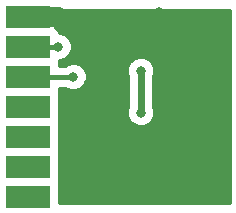
<source format=gbl>
G75*
%MOIN*%
%OFA0B0*%
%FSLAX25Y25*%
%IPPOS*%
%LPD*%
%AMOC8*
5,1,8,0,0,1.08239X$1,22.5*
%
%ADD10R,0.15000X0.07600*%
%ADD11C,0.01600*%
%ADD12C,0.06600*%
%ADD13C,0.03175*%
%ADD14C,0.02400*%
D10*
X0020500Y0013816D03*
X0020500Y0023816D03*
X0020500Y0033816D03*
X0020500Y0043816D03*
X0020500Y0053816D03*
X0020500Y0063816D03*
X0020500Y0073816D03*
D11*
X0021300Y0074355D02*
X0087300Y0074355D01*
X0087300Y0075616D02*
X0029800Y0075616D01*
X0029800Y0074616D01*
X0021300Y0074616D01*
X0021300Y0073016D01*
X0029800Y0073016D01*
X0029800Y0070334D01*
X0029813Y0070329D01*
X0030713Y0069428D01*
X0031055Y0068603D01*
X0031452Y0068603D01*
X0033212Y0067874D01*
X0034559Y0066528D01*
X0035287Y0064768D01*
X0035287Y0062864D01*
X0034559Y0061104D01*
X0033212Y0059757D01*
X0031452Y0059028D01*
X0031055Y0059028D01*
X0030967Y0058816D01*
X0031200Y0058252D01*
X0031200Y0057816D01*
X0032730Y0057816D01*
X0032788Y0057874D01*
X0034548Y0058603D01*
X0036452Y0058603D01*
X0038212Y0057874D01*
X0039559Y0056528D01*
X0040287Y0054768D01*
X0040287Y0052864D01*
X0039559Y0051104D01*
X0038212Y0049757D01*
X0036452Y0049028D01*
X0034548Y0049028D01*
X0032788Y0049757D01*
X0032730Y0049816D01*
X0031200Y0049816D01*
X0031200Y0049379D01*
X0030967Y0048816D01*
X0031200Y0048252D01*
X0031200Y0039379D01*
X0030967Y0038816D01*
X0031200Y0038252D01*
X0031200Y0029379D01*
X0030967Y0028816D01*
X0031200Y0028252D01*
X0031200Y0019379D01*
X0030967Y0018816D01*
X0031200Y0018252D01*
X0031200Y0012016D01*
X0087300Y0012016D01*
X0087300Y0075616D01*
X0087300Y0072756D02*
X0029800Y0072756D01*
X0029800Y0071158D02*
X0087300Y0071158D01*
X0087300Y0069559D02*
X0030582Y0069559D01*
X0033003Y0067961D02*
X0087300Y0067961D01*
X0087300Y0066362D02*
X0034627Y0066362D01*
X0035287Y0064764D02*
X0087300Y0064764D01*
X0087300Y0063165D02*
X0035287Y0063165D01*
X0034750Y0061567D02*
X0087300Y0061567D01*
X0087300Y0059968D02*
X0060485Y0059968D01*
X0060712Y0059874D02*
X0058952Y0060603D01*
X0057048Y0060603D01*
X0055288Y0059874D01*
X0053941Y0058528D01*
X0053213Y0056768D01*
X0053213Y0054864D01*
X0053600Y0053928D01*
X0053600Y0043703D01*
X0053213Y0042768D01*
X0053213Y0040864D01*
X0053941Y0039104D01*
X0055288Y0037757D01*
X0057048Y0037028D01*
X0058952Y0037028D01*
X0060712Y0037757D01*
X0062059Y0039104D01*
X0062787Y0040864D01*
X0062787Y0042768D01*
X0062400Y0043703D01*
X0062400Y0053928D01*
X0062787Y0054864D01*
X0062787Y0056768D01*
X0062059Y0058528D01*
X0060712Y0059874D01*
X0062124Y0058370D02*
X0087300Y0058370D01*
X0087300Y0056771D02*
X0062786Y0056771D01*
X0062787Y0055173D02*
X0087300Y0055173D01*
X0087300Y0053574D02*
X0062400Y0053574D01*
X0062400Y0051976D02*
X0087300Y0051976D01*
X0087300Y0050377D02*
X0062400Y0050377D01*
X0062400Y0048779D02*
X0087300Y0048779D01*
X0087300Y0047180D02*
X0062400Y0047180D01*
X0062400Y0045582D02*
X0087300Y0045582D01*
X0087300Y0043983D02*
X0062400Y0043983D01*
X0062787Y0042385D02*
X0087300Y0042385D01*
X0087300Y0040786D02*
X0062755Y0040786D01*
X0062093Y0039188D02*
X0087300Y0039188D01*
X0087300Y0037589D02*
X0060306Y0037589D01*
X0055694Y0037589D02*
X0031200Y0037589D01*
X0031200Y0035991D02*
X0087300Y0035991D01*
X0087300Y0034392D02*
X0031200Y0034392D01*
X0031200Y0032793D02*
X0087300Y0032793D01*
X0087300Y0031195D02*
X0031200Y0031195D01*
X0031200Y0029596D02*
X0087300Y0029596D01*
X0087300Y0027998D02*
X0031200Y0027998D01*
X0031200Y0026399D02*
X0087300Y0026399D01*
X0087300Y0024801D02*
X0031200Y0024801D01*
X0031200Y0023202D02*
X0087300Y0023202D01*
X0087300Y0021604D02*
X0031200Y0021604D01*
X0031200Y0020005D02*
X0087300Y0020005D01*
X0087300Y0018407D02*
X0031136Y0018407D01*
X0031200Y0016808D02*
X0087300Y0016808D01*
X0087300Y0015210D02*
X0031200Y0015210D01*
X0031200Y0013611D02*
X0087300Y0013611D01*
X0053907Y0039188D02*
X0031121Y0039188D01*
X0031200Y0040786D02*
X0053245Y0040786D01*
X0053213Y0042385D02*
X0031200Y0042385D01*
X0031200Y0043983D02*
X0053600Y0043983D01*
X0053600Y0045582D02*
X0031200Y0045582D01*
X0031200Y0047180D02*
X0053600Y0047180D01*
X0053600Y0048779D02*
X0030982Y0048779D01*
X0035500Y0053816D02*
X0020500Y0053816D01*
X0031151Y0058370D02*
X0033984Y0058370D01*
X0033423Y0059968D02*
X0055515Y0059968D01*
X0053876Y0058370D02*
X0037016Y0058370D01*
X0039315Y0056771D02*
X0053214Y0056771D01*
X0053213Y0055173D02*
X0040120Y0055173D01*
X0040287Y0053574D02*
X0053600Y0053574D01*
X0053600Y0051976D02*
X0039920Y0051976D01*
X0038832Y0050377D02*
X0053600Y0050377D01*
X0030500Y0063816D02*
X0020500Y0063816D01*
D12*
X0020500Y0073816D02*
X0030500Y0073816D01*
D13*
X0030500Y0063816D03*
X0035500Y0053816D03*
X0058000Y0055816D03*
X0065500Y0045316D03*
X0065500Y0042316D03*
X0058000Y0041816D03*
X0074500Y0020816D03*
X0082500Y0020816D03*
X0064000Y0072316D03*
X0064000Y0075316D03*
D14*
X0058000Y0055816D02*
X0058000Y0041816D01*
M02*

</source>
